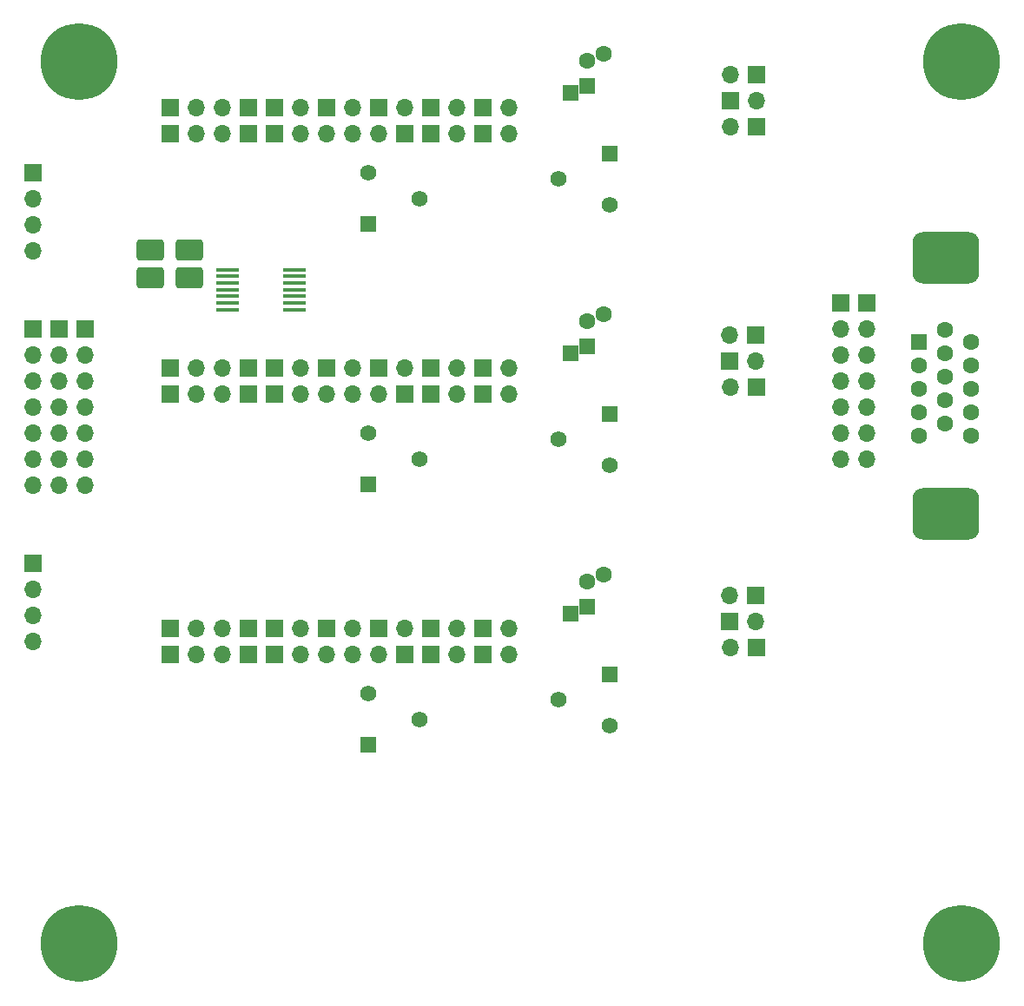
<source format=gbs>
G04 #@! TF.GenerationSoftware,KiCad,Pcbnew,8.0.3*
G04 #@! TF.CreationDate,2025-01-02T16:48:01+10:30*
G04 #@! TF.ProjectId,tt06-vga-opamp,74743036-2d76-4676-912d-6f70616d702e,rev?*
G04 #@! TF.SameCoordinates,Original*
G04 #@! TF.FileFunction,Soldermask,Bot*
G04 #@! TF.FilePolarity,Negative*
%FSLAX46Y46*%
G04 Gerber Fmt 4.6, Leading zero omitted, Abs format (unit mm)*
G04 Created by KiCad (PCBNEW 8.0.3) date 2025-01-02 16:48:01*
%MOMM*%
%LPD*%
G01*
G04 APERTURE LIST*
G04 Aperture macros list*
%AMRoundRect*
0 Rectangle with rounded corners*
0 $1 Rounding radius*
0 $2 $3 $4 $5 $6 $7 $8 $9 X,Y pos of 4 corners*
0 Add a 4 corners polygon primitive as box body*
4,1,4,$2,$3,$4,$5,$6,$7,$8,$9,$2,$3,0*
0 Add four circle primitives for the rounded corners*
1,1,$1+$1,$2,$3*
1,1,$1+$1,$4,$5*
1,1,$1+$1,$6,$7*
1,1,$1+$1,$8,$9*
0 Add four rect primitives between the rounded corners*
20,1,$1+$1,$2,$3,$4,$5,0*
20,1,$1+$1,$4,$5,$6,$7,0*
20,1,$1+$1,$6,$7,$8,$9,0*
20,1,$1+$1,$8,$9,$2,$3,0*%
G04 Aperture macros list end*
%ADD10R,1.700000X1.700000*%
%ADD11O,1.700000X1.700000*%
%ADD12C,7.500000*%
%ADD13RoundRect,0.100000X-1.037500X-0.100000X1.037500X-0.100000X1.037500X0.100000X-1.037500X0.100000X0*%
%ADD14RoundRect,1.000000X2.250000X-1.500000X2.250000X1.500000X-2.250000X1.500000X-2.250000X-1.500000X0*%
%ADD15R,1.600000X1.600000*%
%ADD16C,1.600000*%
%ADD17C,1.560000*%
%ADD18R,1.560000X1.560000*%
%ADD19RoundRect,0.396226X0.953774X-0.653774X0.953774X0.653774X-0.953774X0.653774X-0.953774X-0.653774X0*%
G04 APERTURE END LIST*
D10*
X76200000Y-107950000D03*
D11*
X76200000Y-110490000D03*
X76200000Y-113030000D03*
X76200000Y-115570000D03*
D10*
X76200000Y-69850000D03*
D11*
X76200000Y-72390000D03*
X76200000Y-74930000D03*
X76200000Y-77470000D03*
D12*
X166660000Y-145070000D03*
X80660000Y-145070000D03*
X166660000Y-59070000D03*
X80660000Y-59070000D03*
D10*
X114935000Y-116840000D03*
D11*
X117475000Y-116840000D03*
D10*
X99695000Y-116840000D03*
D11*
X102235000Y-116840000D03*
X104775000Y-116840000D03*
X107315000Y-116840000D03*
D10*
X89535000Y-116840000D03*
D11*
X92075000Y-116840000D03*
X94615000Y-116840000D03*
D10*
X114935000Y-91440000D03*
D11*
X117475000Y-91440000D03*
D10*
X99695000Y-91440000D03*
D11*
X102235000Y-91440000D03*
X104775000Y-91440000D03*
X107315000Y-91440000D03*
D10*
X89535000Y-91440000D03*
D11*
X92075000Y-91440000D03*
X94615000Y-91440000D03*
D10*
X114935000Y-66040000D03*
D11*
X117475000Y-66040000D03*
D10*
X99695000Y-66040000D03*
D11*
X102235000Y-66040000D03*
X104775000Y-66040000D03*
X107315000Y-66040000D03*
D10*
X89535000Y-66040000D03*
D11*
X92075000Y-66040000D03*
X94615000Y-66040000D03*
D13*
X101687500Y-83230000D03*
X101687500Y-82580000D03*
X101687500Y-81930000D03*
X101687500Y-81280000D03*
X101687500Y-80630000D03*
X101687500Y-79980000D03*
X101687500Y-79330000D03*
X95162500Y-79330000D03*
X95162500Y-79980000D03*
X95162500Y-80630000D03*
X95162500Y-81280000D03*
X95162500Y-81930000D03*
X95162500Y-82580000D03*
X95162500Y-83230000D03*
D14*
X165170000Y-103175000D03*
X165170000Y-78175000D03*
D15*
X162560000Y-86360000D03*
D16*
X162560000Y-88650000D03*
X162560000Y-90940000D03*
X162560000Y-93230000D03*
X162560000Y-95520000D03*
X165100000Y-85215000D03*
X165100000Y-87505000D03*
X165100000Y-89795000D03*
X165100000Y-92085000D03*
X165100000Y-94375000D03*
X167640000Y-86360000D03*
X167640000Y-88650000D03*
X167640000Y-90940000D03*
X167640000Y-93230000D03*
X167640000Y-95520000D03*
D10*
X97155000Y-116840000D03*
X97155000Y-91440000D03*
X97155000Y-66040000D03*
D17*
X132415000Y-123785000D03*
X127415000Y-121285000D03*
D18*
X132415000Y-118785000D03*
D17*
X108885000Y-120690000D03*
X113885000Y-123190000D03*
D18*
X108885000Y-125690000D03*
X132415000Y-93385000D03*
D17*
X127415000Y-95885000D03*
X132415000Y-98385000D03*
X108885000Y-95290000D03*
X113885000Y-97790000D03*
D18*
X108885000Y-100290000D03*
X132415000Y-67985000D03*
D17*
X127415000Y-70485000D03*
X132415000Y-72985000D03*
D18*
X108885000Y-74890000D03*
D17*
X113885000Y-72390000D03*
X108885000Y-69890000D03*
D11*
X144150000Y-116205000D03*
D10*
X146690000Y-116205000D03*
D11*
X144065000Y-111125000D03*
D10*
X146605000Y-111125000D03*
D11*
X122555000Y-116840000D03*
D10*
X120015000Y-116840000D03*
D11*
X109855000Y-116840000D03*
D10*
X112395000Y-116840000D03*
D11*
X122555000Y-114300000D03*
D10*
X120015000Y-114300000D03*
D11*
X117475000Y-114300000D03*
D10*
X114935000Y-114300000D03*
D11*
X112395000Y-114300000D03*
D10*
X109855000Y-114300000D03*
D11*
X107315000Y-114300000D03*
D10*
X104775000Y-114300000D03*
D11*
X146610000Y-113665000D03*
D10*
X144070000Y-113665000D03*
D11*
X92075000Y-114300000D03*
D10*
X89535000Y-114300000D03*
D11*
X102235000Y-114300000D03*
D10*
X99695000Y-114300000D03*
D11*
X94615000Y-114300000D03*
D10*
X97155000Y-114300000D03*
X146685000Y-90805000D03*
D11*
X144145000Y-90805000D03*
D10*
X146605000Y-85725000D03*
D11*
X144065000Y-85725000D03*
X122555000Y-91440000D03*
D10*
X120015000Y-91440000D03*
D11*
X109855000Y-91440000D03*
D10*
X112395000Y-91440000D03*
D11*
X122555000Y-88900000D03*
D10*
X120015000Y-88900000D03*
D11*
X117475000Y-88900000D03*
D10*
X114935000Y-88900000D03*
D11*
X112395000Y-88900000D03*
D10*
X109855000Y-88900000D03*
X104775000Y-88900000D03*
D11*
X107315000Y-88900000D03*
X146610000Y-88265000D03*
D10*
X144070000Y-88265000D03*
D11*
X92075000Y-88900000D03*
D10*
X89535000Y-88900000D03*
D11*
X102235000Y-88900000D03*
D10*
X99695000Y-88900000D03*
D11*
X94615000Y-88900000D03*
D10*
X97155000Y-88900000D03*
X146685000Y-65405000D03*
D11*
X144145000Y-65405000D03*
D10*
X146685000Y-60325000D03*
D11*
X144145000Y-60325000D03*
D10*
X120015000Y-66040000D03*
D11*
X122555000Y-66040000D03*
X109855000Y-66040000D03*
D10*
X112395000Y-66040000D03*
D11*
X122555000Y-63500000D03*
D10*
X120015000Y-63500000D03*
D11*
X117475000Y-63500000D03*
D10*
X114935000Y-63500000D03*
D11*
X112395000Y-63500000D03*
D10*
X109855000Y-63500000D03*
D11*
X107315000Y-63500000D03*
D10*
X104775000Y-63500000D03*
D11*
X146685000Y-62865000D03*
D10*
X144145000Y-62865000D03*
X89535000Y-63500000D03*
D11*
X92075000Y-63500000D03*
X102235000Y-63500000D03*
D10*
X99695000Y-63500000D03*
D11*
X94615000Y-63500000D03*
D10*
X97155000Y-63500000D03*
X157480000Y-82550000D03*
D11*
X157480000Y-85090000D03*
X157480000Y-87630000D03*
X157480000Y-90170000D03*
X157480000Y-92710000D03*
X157480000Y-95250000D03*
X157480000Y-97790000D03*
D10*
X154940000Y-82550000D03*
D11*
X154940000Y-85090000D03*
X154940000Y-87630000D03*
X154940000Y-90170000D03*
X154940000Y-92710000D03*
X154940000Y-95250000D03*
X154940000Y-97790000D03*
D10*
X81280000Y-85090000D03*
D11*
X81280000Y-87630000D03*
X81280000Y-90170000D03*
X81280000Y-92710000D03*
X81280000Y-95250000D03*
X81280000Y-97790000D03*
X81280000Y-100330000D03*
D10*
X78740000Y-85090000D03*
D11*
X78740000Y-87630000D03*
X78740000Y-90170000D03*
X78740000Y-92710000D03*
X78740000Y-95250000D03*
X78740000Y-97790000D03*
X78740000Y-100330000D03*
D10*
X76200000Y-85090000D03*
D11*
X76200000Y-87630000D03*
X76200000Y-90170000D03*
X76200000Y-92710000D03*
X76200000Y-95250000D03*
X76200000Y-97790000D03*
X76200000Y-100330000D03*
D16*
X131775000Y-109071740D03*
X130175000Y-109742677D03*
D15*
X130175000Y-112242677D03*
X128575000Y-112913614D03*
D16*
X131775000Y-83671740D03*
X130175000Y-84342677D03*
D15*
X130175000Y-86842677D03*
X128575000Y-87513614D03*
D16*
X131775000Y-58271740D03*
X130175000Y-58942677D03*
D15*
X130175000Y-61442677D03*
X128575000Y-62113614D03*
D19*
X87630000Y-80090000D03*
X87630000Y-77390000D03*
X91440000Y-77390000D03*
X91440000Y-80090000D03*
M02*

</source>
